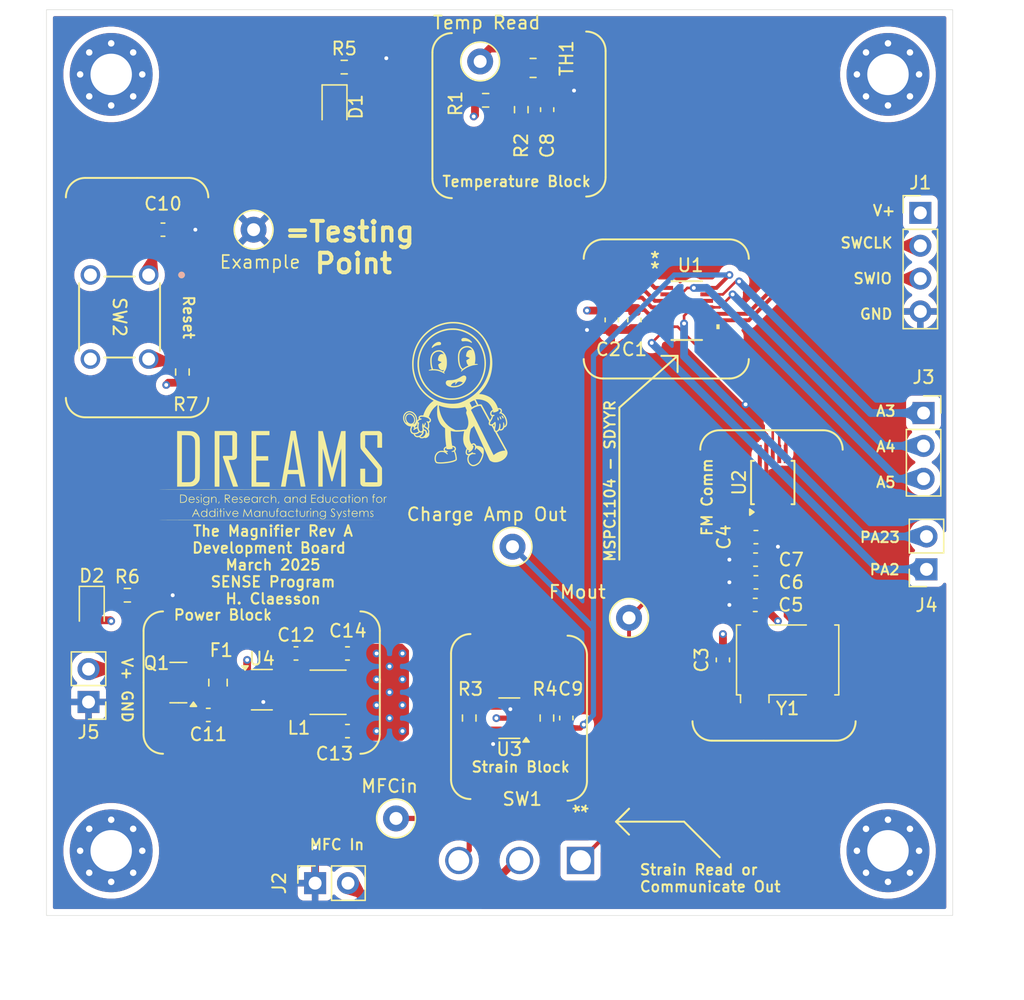
<source format=kicad_pcb>
(kicad_pcb (version 20241229) (generator "pcbnew") (generator_version "9.0")
  (layers (0 "F.Cu" signal "Front") (4 "In1.Cu" signal) (6 "In2.Cu" signal) (2 "B.Cu" signal "Back") (13 "F.Paste" user) (15 "B.Paste" user) (5 "F.SilkS" user "F.Silkscreen") (7 "B.SilkS" user "B.Silkscreen") (1 "F.Mask" user) (3 "B.Mask" user) (25 "Edge.Cuts" user))
  (net 0 "")
  (net 1 "Vss")
  (net 2 "Vdd")
  (net 3 "Net-(U2-COMP)")
  (net 4 "Temp Read")
  (net 5 "Net-(U3--)")
  (net 6 "Strain Read")
  (net 7 "Net-(C10-Pad2)")
  (net 8 "Net-(U4-EN)")
  (net 9 "Net-(U4-SW)")
  (net 10 "Net-(U4-BST)")
  (net 11 "Net-(D1-K)")
  (net 12 "Beep")
  (net 13 "Net-(D2-K)")
  (net 14 "Net-(Q1-S)")
  (net 15 "SWDIO")
  (net 16 "SWCLK")
  (net 17 "MFC IN")
  (net 18 "A4")
  (net 19 "A5")
  (net 20 "A3")
  (net 21 "PA2")
  (net 22 "PA23")
  (net 23 "Net-(J5-Pin_2)")
  (net 24 "Net-(R1-Pad2)")
  (net 25 "Charge Amp In")
  (net 26 "NRST")
  (net 27 "FMout")
  (net 28 "SDATA")
  (net 29 "FSYNC")
  (net 30 "SCLK")
  (net 31 "Net-(U2-MCLK)")
  (footprint "Resistor_SMD:R_0603_1608Metric" (layer "F.Cu") (at 56.25 95.25)
    (property "Reference" "R6")
    (property "Value" "1k")
  )
  (footprint "Package_SO:MSOP-10_3x3mm_P0.5mm" (layer "F.Cu") (at 106.1 86.54 90)
    (property "Reference" "U2")
    (property "Value" "AD9833xRM")
  )
  (footprint "Package_TO_SOT_SMD:TSOT-23-6" (layer "F.Cu") (at 66.6375 102.549998)
    (property "Reference" "U4")
    (property "Value" "AP63203WU")
  )
  (footprint "Graphics:magnifier" (layer "F.Cu") (at 82 80)
    (property "Reference" "G***" (hide yes))
    (property "Value" "LOGO" (hide yes))
  )
  (footprint "Connector_PinHeader_2.54mm:PinHeader_1x04_P2.54mm_Vertical" (layer "F.Cu") (at 117.5 65.7)
    (property "Reference" "J1")
    (property "Value" "SWD")
  )
  (footprint "Connector_PinHeader_2.54mm:PinHeader_1x02_P2.54mm_Vertical" (layer "F.Cu") (at 53.25 103.499998 180)
    (property "Reference" "J5")
    (property "Value" "External Power In")
  )
  (footprint "Resistor_SMD:R_0805_2012Metric" (layer "F.Cu") (at 87.5875 54.5 180)
    (property "Reference" "TH1")
    (property "Value" "100k")
  )
  (footprint "Package_TO_SOT_SMD:SOT-23" (layer "F.Cu") (at 60.1875 101.999998 180)
    (property "Reference" "Q1")
    (property "Value" "DMP510DL")
  )
  (footprint "Resistor_SMD:R_0603_1608Metric" (layer "F.Cu") (at 73 54.4375)
    (property "Reference" "R5")
    (property "Value" "1k")
  )
  (footprint "Capacitor_SMD:C_0603_1608Metric" (layer "F.Cu") (at 104.75 96)
    (property "Reference" "C5")
    (property "Value" "100n")
  )
  (footprint "Inductor_SMD:L_1812_4532Metric" (layer "F.Cu") (at 71.75 102.749998)
    (property "Reference" "L1")
    (property "Value" "3.9u")
  )
  (footprint "TestPoint:TestPoint_Loop_D2.50mm_Drill1.0mm" (layer "F.Cu") (at 77 112.5 90)
    (property "Reference" "MFCin")
    (property "Value" "TestPoint_Loop_D2.50mm_Drill1.0mm")
  )
  (footprint "Resistor_SMD:R_0603_1608Metric" (layer "F.Cu") (at 82.655 104.74 90)
    (property "Reference" "R3")
    (property "Value" "33k")
  )
  (footprint "Capacitor_SMD:C_0603_1608Metric" (layer "F.Cu") (at 104.8 90.76)
    (property "Reference" "C4")
    (property "Value" "10n")
  )
  (footprint "Fuse:Fuse_0805_2012Metric" (layer "F.Cu") (at 63.25 102 -90)
    (property "Reference" "F1")
    (property "Value" "500mA")
  )
  (footprint "DreamsLabLogo:dreamslogo" (layer "F.Cu") (at 68.247029 86.014761)
    (property "Reference" "G***" (hide yes))
    (property "Value" "LOGO" (hide yes))
  )
  (footprint "CS12ANW03 - Switch:CS12ANW03_NKK" (layer "F.Cu") (at 91.25 115.75 -90)
    (property "Reference" "SW1")
    (property "Value" "SW_SPDT")
  )
  (footprint "Resistor_SMD:R_0603_1608Metric" (layer "F.Cu") (at 86.675 57.725 90)
    (property "Reference" "R2")
    (property "Value" "10k")
  )
  (footprint "Capacitor_SMD:C_0603_1608Metric" (layer "F.Cu") (at 62.5 104.5 180)
    (property "Reference" "C11")
    (property "Value" "10u")
  )
  (footprint "Capacitor_SMD:C_0603_1608Metric" (layer "F.Cu") (at 102.25 100.25 90)
    (property "Reference" "C3")
    (property "Value" "100n")
  )
  (footprint "Capacitor_SMD:C_0603_1608Metric" (layer "F.Cu") (at 59 67 180)
    (property "Reference" "C10")
    (property "Value" "10n")
  )
  (footprint "MountingHole:MountingHole_3.2mm_M3_Pad_Via" (layer "F.Cu") (at 115 55)
    (property "Reference" "H2" (hide yes))
    (property "Value" "MountingHole")
  )
  (footprint "Package_TO_SOT_SMD:SOT-23-5" (layer "F.Cu") (at 85.75 104.75 180)
    (property "Reference" "U3")
    (property "Value" "MCP6L01Rx-xOT")
  )
  (footprint "Diode_SMD:D_0805_2012Metric" (layer "F.Cu") (at 72.25 57.5 -90)
    (property "Reference" "D1")
    (property "Value" "LED")
  )
  (footprint "Capacitor_SMD:C_0603_1608Metric" (layer "F.Cu") (at 73.25 105.749998 180)
    (property "Reference" "C13")
    (property "Value" "22u")
  )
  (footprint "Oscillator:Oscillator_SMD_IQD_IQXO70-4Pin_7.5x5.0mm" (layer "F.Cu") (at 107.25 100.25)
    (property "Reference" "Y1")
    (property "Value" "CFPS-72- 24MHz")
  )
  (footprint "TestPoint:TestPoint_Loop_D2.50mm_Drill1.0mm" (layer "F.Cu") (at 83.5 54)
    (property "Reference" "Temp Read")
    (property "Value" "TestPoint_Loop_D2.50mm_Drill1.0mm")
  )
  (footprint "Capacitor_SMD:C_0603_1608Metric" (layer "F.Cu") (at 104.775 92.5 180)
    (property "Reference" "C7")
    (property "Value" "100n")
  )
  (footprint "Resistor_SMD:R_0603_1608Metric" (layer "F.Cu") (at 60.5 78 90)
    (property "Reference" "R7")
    (property "Value" "47k")
  )
  (footprint "Connector_PinSocket_2.54mm:PinSocket_1x02_P2.54mm_Vertical" (layer "F.Cu") (at 117.975 93.25 180)
    (property "Reference" "J4")
    (property "Value" "Digital Testing Pins")
  )
  (footprint "TestPoint:TestPoint_Loop_D2.50mm_Drill1.0mm" (layer "F.Cu") (at 86 91.5)
    (property "Reference" "Charge Amp Out")
    (property "Value" "TestPoint_Loop_D2.50mm_Drill1.0mm")
  )
  (footprint "Capacitor_SMD:C_0603_1608Metric" (layer "F.Cu") (at 88.675 57.725 -90)
    (property "Reference" "C8")
    (property "Value" "10u")
  )
  (footprint "Button - B3F_1000:SW_B3F-1000_OMR" (layer "F.Cu") (at 57.8951 70.499999 -90)
    (property "Reference" "SW2")
    (property "Value" "Reset")
  )
  (footprint "MountingHole:MountingHole_3.2mm_M3_Pad_Via" (layer "F.Cu") (at 55 115)
    (property "Reference" "H3" (hide yes))
    (property "Value" "MountingHole")
  )
  (footprint "Connector_PinSocket_2.54mm:PinSocket_1x02_P2.54mm_Vertical" (layer "F.Cu") (at 70.75 117.5 90)
    (property "Reference" "J2")
    (property "Value" "MFC Connection Points")
  )
  (footprint "MountingHole:MountingHole_3.2mm_M3_Pad_Via" (layer "F.Cu") (at 115 115)
    (property "Reference" "H4" (hide yes))
    (property "Value" "MountingHole")
  )
  (footprint "TestPoint:TestPoint_Loop_D2.50mm_Drill1.0mm" (layer "F.Cu") (at 95 97)
    (property "Reference" "FMout")
    (property "Value" "TestPoint_Loop_D2.50mm_Drill1.0mm")
  )
  (footprint "Capacitor_SMD:C_0603_1608Metric" (layer "F.Cu") (at 93.6639 73.975 -90)
    (property "Reference" "C2")
    (property "Value" "0.1u")
  )
  (footprint "MountingHole:MountingHole_3.2mm_M3_Pad_Via" (layer "F.Cu") (at 55 55)
    (property "Reference" "H1" (hide yes))
    (property "Value" "MountingHole")
  )
  (footprint "Capacitor_SMD:C_0603_1608Metric" (layer "F.Cu") (at 73.25 99.749998 180)
    (property "Reference" "C14")
    (property "Value" "22u")
  )
  (footprint "Resistor_SMD:R_0603_1608Metric" (layer "F.Cu") (at 83.925 57)
    (property "Reference" "R1")
    (property "Value" "4.7k")
  )
  (footprint "TestPoint:TestPoint_Loop_D2.50mm_Drill1.0mm" (layer "F.Cu") (at 66 67)
    (property "Reference" "Example")
    (property "Value" "TestPoint_Loop_D2.50mm_Drill1.0mm")
  )
  (footprint "Capacitor_SMD:C_0603_1608Metric" (layer "F.Cu") (at 69.275 99.749998)
    (property "Reference" "C12")
    (property "Value" "0.1u")
  )
  (footprint "Capacitor_SMD:C_0603_1608Metric" (layer "F.Cu") (at 90.155 104.74 -90)
    (property "Reference" "C9")
    (property "Value" "125p")
  )
  (footprint "Resistor_SMD:R_0603_1608Metric" (layer "F.Cu") (at 88.655 104.74 -90)
    (property "Reference" "R4")
    (property "Value" "250M")
  )
  (footprint "Diode_SMD:D_0805_2012Metric" (layer "F.Cu") (at 53.5 96.25 -90)
    (property "Reference" "D2")
    (property "Value" "LED")
  )
  (footprint "Connector_PinSocket_2.54mm:PinSocket_1x03_P2.54mm_Vertical" (layer "F.Cu") (at 117.75 81.17)
    (property "Reference" "J3")
    (property "Value" "Analog Debugging")
  )
  (footprint "Capacitor_SMD:C_0603_1608Metric" (layer "F.Cu") (at 95.4139 73.975 -90)
    (property "Reference" "C1")
    (property "Value" "10u")
  )
  (footprint "Capacitor_SMD:C_0603_1608Metric" (layer "F.Cu") (at 104.8 94.25)
    (property "Reference" "C6")
    (property "Value" "10u")
  )
  (footprint "MSPM0C110:SOT-23-THIN16_DYY_TEX" (layer "F.Cu") (at 99.45695 73.250063)
    (property "Reference" "U1")
    (property "Value" "XMSM0C1104SDYYR")
  )
  (gr_arc (start 79.81066 53.31066) (mid 80.25 52.25) (end 81.31066 51.81066) (stroke (width 0.1524)) (layer "F.SilkS"))
  (gr_arc (start 93.18934 62.93934) (mid 92.75 64) (end 91.68934 64.43934) (stroke (width 0.1524)) (layer "F.SilkS"))
  (gr_arc (start 61 63) (mid 62.06066 63.43934) (end 62.5 64.5) (stroke (width 0.1524)) (layer "F.SilkS"))
  (gr_arc (start 91.5 69.25) (mid 91.93934 68.18934) (end 93 67.75) (stroke (width 0.1524)) (layer "F.SilkS"))
  (gr_line (start 97.5 76.75) (end 98.75 76.75) (stroke (width 0.1524)) (layer "F.SilkS"))
  (gr_line (start 75.75 106) (end 75.75 101.75) (stroke (width 0.1524)) (layer "F.SilkS"))
  (gr_arc (start 82.75 111) (mid 81.68934 110.56066) (end 81.25 109.5) (stroke (width 0.1524)) (layer "F.SilkS"))
  (gr_line (start 95 111.75) (end 94 112.75) (stroke (width 0.1524)) (layer "F.SilkS"))
  (gr_arc (start 93 78.5) (mid 91.93934 78.06066) (end 91.5 77) (stroke (width 0.1524)) (layer "F.SilkS"))
  (gr_arc (start 81.25 99.75) (mid 81.68934 98.68934) (end 82.75 98.25) (stroke (width 0.1524)) (layer "F.SilkS"))
  (gr_arc (start 53 81.5) (mid 51.93934 81.06066) (end 51.5 80) (stroke (width 0.1524)) (layer "F.SilkS"))
  (gr_line (start 53 81.5) (end 57 81.5) (stroke (width 0.1524)) (layer "F.SilkS"))
  (gr_arc (start 59 107.5) (mid 57.93934 107.06066) (end 57.5 106) (stroke (width 0.1524)) (layer "F.SilkS"))
  (gr_line (start 94 112.75) (end 95 113.75) (stroke (width 0.1524)) (layer "F.SilkS"))
  (gr_line (start 79.81066 53.31066) (end 79.81066 63.06066) (stroke (width 0.1524)) (layer "F.SilkS"))
  (gr_line (start 98.75 76.75) (end 98.75 77.75) (stroke (width 0.1524)) (layer "F.SilkS"))
  (gr_line (start 94.25 80.75) (end 98.75 76.75) (stroke (width 0.1524)) (layer "F.SilkS"))
  (gr_arc (start 62.5 80) (mid 62.06066 81.06066) (end 61 81.5) (stroke (width 0.1524)) (layer "F.SilkS"))
  (gr_arc (start 104.25 77) (mid 103.81066 78.06066) (end 102.75 78.5) (stroke (width 0.1524)) (layer "F.SilkS"))
  (gr_line (start 98.75 76.75) (end 97.5 76.75) (stroke (width 0.1524)) (layer "F.SilkS"))
  (gr_arc (start 91.68934 51.68934) (mid 92.75 52.12868) (end 93.18934 53.18934) (stroke (width 0.1524)) (layer "F.SilkS"))
  (gr_arc (start 112.500001 104.990001) (mid 112.060661 106.050661) (end 111.000001 106.490001) (stroke (width 0.1524)) (layer "F.SilkS"))
  (gr_line (start 102 115.5) (end 99.25 112.75) (stroke (width 0.1524)) (layer "F.SilkS"))
  (gr_arc (start 102.75 67.75) (mid 103.81066 68.18934) (end 104.25 69.25) (stroke (width 0.1524)) (layer "F.SilkS"))
  (gr_line (start 53 63) (end 57 63) (stroke (width 0.1524)) (layer "F.SilkS"))
  (gr_arc (start 100.5 84) (mid 100.93934 82.93934) (end 102 82.5) (stroke (width 0.1524)) (layer "F.SilkS"))
  (gr_line (start 94 112.75) (end 95 111.75) (stroke (width 0.1524)) (layer "F.SilkS"))
  (gr_line (start 94.25 92.5) (end 94.25 80.75) (stroke (width 0.1524)) (layer "F.SilkS"))
  (gr_arc (start 91.75 109.625) (mid 91.31066 110.68566) (end 90.25 111.125) (stroke (width 0.1524)) (layer "F.SilkS"))
  (gr_line (start 57.5 98) (end 57.5 102) (stroke (width 0.1524)) (layer "F.SilkS"))
  (gr_line (start 111.000001 106.490001) (end 105.399999 106.490001) (stroke (width 0.1524)) (layer "F.SilkS"))
  (gr_arc (start 57.5 98) (mid 57.93934 96.93934) (end 59 96.5) (stroke (width 0.1524)) (layer "F.SilkS"))
  (gr_line (start 98.75 77.75) (end 98.75 78) (stroke (width 0.1524)) (layer "F.SilkS"))
  (gr_line (start 102 82.5) (end 106 82.5) (stroke (width 0.1524)) (layer "F.SilkS"))
  (gr_arc (start 81.31066 64.56066) (mid 80.25 64.12132) (end 79.81066 63.06066) (stroke (width 0.1524)) (layer "F.SilkS"))
  (gr_arc (start 110 82.5) (mid 111.06066 82.93934) (end 111.5 84) (stroke (width 0.1524)) (layer "F.SilkS"))
  (gr_line (start 81.25 99.75) (end 81.25 109.5) (stroke (width 0.1524)) (layer "F.SilkS"))
  (gr_arc (start 90.25 98.375) (mid 91.31066 98.81434) (end 91.75 99.875) (stroke (width 0.1524)) (layer "F.SilkS"))
  (gr_arc (start 75.75 106) (mid 75.31066 107.06066) (end 74.25 107.5) (stroke (width 0.1524)) (layer "F.SilkS"))
  (gr_arc (start 74.25 96.5) (mid 75.31066 96.93934) (end 75.75 98) (stroke (width 0.1524)) (layer "F.SilkS"))
  (gr_line (start 101.399999 106.490001) (end 105.399999 106.490001) (stroke (width 0.1524)) (layer "F.SilkS"))
  (gr_line (start 102.75 67.75) (end 93 67.75) (stroke (width 0.1524)) (layer "F.SilkS"))
  (gr_line (start 93.18934 62.93934) (end 93.18934 53.18934) (stroke (width 0.1524)) (layer "F.SilkS"))
  (gr_arc (start 101.399999 106.490001) (mid 100.339339 106.050661) (end 99.899999 104.990001) (stroke (width 0.1524)) (layer "F.SilkS"))
  (gr_line (start 61 81.5) (end 57 81.5) (stroke (width 0.1524)) (layer "F.SilkS"))
  (gr_line (start 102.75 78.5) (end 93 78.5) (stroke (width 0.1524)) (layer "F.SilkS"))
  (gr_arc (start 51.5 64.5) (mid 51.93934 63.43934) (end 53 63) (stroke (width 0.1524)) (layer "F.SilkS"))
  (gr_line (start 61 63) (end 57 63) (stroke (width 0.1524)) (layer "F.SilkS"))
  (gr_line (start 99.25 112.75) (end 94 112.75) (stroke (width 0.1524)) (layer "F.SilkS"))
  (gr_line (start 110 82.5) (end 106 82.5) (stroke (width 0.1524)) (layer "F.SilkS"))
  (gr_line (start 91.75 99.875) (end 91.75 109.625) (stroke (width 0.1524)) (layer "F.SilkS"))
  (gr_line (start 75.75 98) (end 75.75 102) (stroke (width 0.1524)) (layer "F.SilkS"))
  (gr_line (start 57.5 106) (end 57.5 102) (stroke (width 0.1524)) (layer "F.SilkS"))
  (gr_rect (start 50 50) (end 120 120) (stroke (width 0.0381)) (fill no) (layer "Edge.Cuts"))
  (gr_text "The Magnifier Rev A\nDevelopment Board \nMarch 2025\nSENSE Program\nH. Claesson" (at 67.5 96 0) (layer "F.SilkS") (effects (font (size 0.8128 0.8128) (thickness 0.1524) (bold yes)) (justify bottom)))
  (gr_text "MSPC1104 - SDYYR" (at 94 92.75 90) (layer "F.SilkS") (effects (font (size 0.8128 0.8128) (thickness 0.1524) (bold yes)) (justify left bottom)))
  (gr_text "GND" (at 55.75 102.5 -90) (layer "F.SilkS") (effects (font (size 0.8128 0.8128) (thickness 0.1524) (bold yes)) (justify left bottom)))
  (gr_text "FM Comm" (at 101.5 90.75 90) (layer "F.SilkS") (effects (font (size 0.8128 0.8128) (thickness 0.1524) (bold yes)) (justify left bottom)))
  (gr_text "MFC In" (at 70.25 115 0) (layer "F.SilkS") (effects (font (size 0.8128 0.8128) (thickness 0.1524) (bold yes)) (justify left bottom)))
  (gr_text "Temperature Block" (at 80.5 63.75 0) (layer "F.SilkS") (effects (font (size 0.8128 0.8128) (thickness 0.1524) (bold yes)) (justify left bottom)))
  (gr_text "Reset" (at 60.5 72 -90) (layer "F.SilkS") (effects (font (size 0.8128 0.8128) (thickness 0.1524) (bold yes)) (justify left bottom)))
  (gr_text "A5" (at 114 87 0) (layer "F.SilkS") (effects (font (size 0.8128 0.8128) (thickness 0.1524) (bold yes)) (justify left bottom)))
  (gr_text "A4" (at 114 84.25 0) (layer "F.SilkS") (effects (font (size 0.8128 0.8128) (thickness 0.1524) (bold yes)) (justify left bottom)))
  (gr_text "V+" (at 55.75 100 -90) (layer "F.SilkS") (effects (font (size 0.8128 0.8128) (thickness 0.1524) (bold yes)) (justify left bottom)))
  (gr_text "GND" (at 112.75 74 0) (layer "F.SilkS") (effects (font (size 0.8128 0.8128) (thickness 0.1524) (bold yes)) (justify left bottom)))
  (gr_text "A3" (at 114 81.5 0) (layer "F.SilkS") (effects (font (size 0.8128 0.8128) (thickness 0.1524) (bold yes)) (justify left bottom)))
  (gr_text "V+" (at 113.75 66 0) (layer "F.SilkS") (effects (font (size 0.8128 0.8128) (thickness 0.1524) (bold yes)) (justify left bottom)))
  (gr_text "Strain Block" (at 82.75 109 0) (layer "F.SilkS") (effects (font (size 0.8128 0.8128) (thickness 0.1524) (bold yes)) (justify left bottom)))
  (gr_text "PA2" (at 113.5 93.75 0) (layer "F.SilkS") (effects (font (size 0.8128 0.8128) (thickness 0.1524) (bold yes)) (justify left bottom)))
  (gr_text "SWIO" (at 112.25 71.25 0) (layer "F.SilkS") (effects (font (size 0.8128 0.8128) (thickness 0.1524) (bold yes)) (justify left bottom)))
  (gr_text "=Testing \n  Point" (at 68.25 70.5 0) (layer "F.SilkS") (effects (font (size 1.524 1.524) (thickness 0.3048) (bold yes)) (justify left bottom)))
  (gr_text "Strain Read or \nCommunicate Out" (at 95.75 118.25 0) (layer "F.SilkS") (effects (font (size 0.8128 0.8128) (thickness 0.1524) (bold yes)) (justify left bottom)))
  (gr_text "Power Block" (at 59.75 97.25 0) (layer "F.SilkS") (effects (font (size 0.8128 0.8128) (thickness 0.1524) (bold yes)) (justify left bottom)))
  (gr_text "SWCLK" (at 111.25 68.5 0) (layer "F.SilkS") (effects (font (size 0.8128 0.8128) (thickness 0.1524) (bold yes)) (justify left bottom)))
  (gr_text "PA23" (at 112.75 91.25 0) (layer "F.SilkS") (effects (font (size 0.8128 0.8128) (thickness 0.1524) (bold yes)) (justify left bottom)))
  (segment (start 86.086712 103.8) (end 85.830845 104.055867) (width 0.4) (layer "F.Cu") (net 1))
  (segment (start 86.8875 103.8) (end 86.086712 103.8) (width 0.4) (layer "F.Cu") (net 1))
  (segment (start 93.6639 74.75) (end 91.75 74.75) (width 0.6) (layer "F.Cu") (net 1))
  (segment (start 73.825 54.4375) (end 75.5625 54.4375) (width 0.6) (layer "F.Cu") (net 1))
  (segment (start 84.6125 105.7) (end 84.6125 106.6375) (width 0.4) (layer "F.Cu") (net 1))
  (segment (start 105.6 82.85) (end 105.6 84.34) (width 0.3) (layer "F.Cu") (net 1))
  (segment (start 97.9139 74.000252) (end 96.163648 74.000252) (width 0.2) (layer "F.Cu") (net 1))
  (segment (start 106.6 88.74) (end 106.6 91.4) (width 0.3) (layer "F.Cu") (net 1))
  (segment (start 106.6 87.35) (end 106.6 88.74) (width 0.3) (layer "F.Cu") (net 1))
  (segment (start 105.252354 82.502354) (end 105.6 82.85) (width 0.3) (layer "F.Cu") (net 1))
  (segment (start 59.775 67) (end 61.5 67) (width 0.6) (layer "F.Cu") (net 1))
  (segment (start 67.775 103.499998) (end 66.750002 103.499998) (width 0.6) (layer "F.Cu") (net 1))
  (segment (start 104 80.5) (end 105.252354 81.752354) (width 0.3) (layer "F.Cu") (net 1))
  (segment (start 70.75 117.5) (end 70.75 114.75) (width 0.6) (layer "F.Cu") (net 1))
  (segment (start 105.252354 81.752354) (end 105.252354 82.502354) (width 0.3) (layer "F.Cu") (net 1))
  (segment (start 66.750002 103.499998) (end 66.75 103.5) (width 0.6) (layer "F.Cu") (net 1))
  (segment (start 105.6 86.35) (end 106.6 87.35) (width 0.3) (layer "F.Cu") (net 1))
  (segment (start 84.6125 106.6375) (end 84.5 106.75) (width 0.4) (layer "F.Cu") (net 1))
  (segment (start 96.163648 74.000252) (end 95.4139 74.75) (width 0.2) (layer "F.Cu") (net 1))
  (segment (start 88.675 56.95) (end 88.675 54.675) (width 0.6) (layer "F.Cu") (net 1))
  (segment (start 88.675 56.95) (end 90.05 56.95) (width 0.6) (layer "F.Cu") (net 1))
  (segment (start 93.6639 74.75) (end 95.4139 74.75) (width 0.6) (layer "F.Cu") (net 1))
  (segment (start 105.6 84.34) (end 105.6 86.35) (width 0.3) (layer "F.Cu") (net 1))
  (segment (start 106.6 91.4) (end 106.5 91.5) (width 0.3) (layer "F.Cu") (net 1))
  (segment (start 75.5625 54.4375) (end 76.25 53.75) (width 0.6) (layer "F.Cu") (net 1))
  (segment (start 57.075 95.25) (end 59.75 95.25) (width 0.6) (layer "F.Cu") (net 1))
  (segment (start 88.675 54.675) (end 88.5 54.5) (width 0.6) (layer "F.Cu") (net 1))
  (segment (start 90.05 56.95) (end 90.75 56.25) (width 0.6) (layer "F.Cu") (net 1))
  (via (at 91.75 74.75) (size 0.6) (drill 0.3) (layers "F.Cu" "B.Cu") (net 1))
  (via (at 102.75 92.5) (size 0.6) (drill 0.3) (layers "F.Cu" "B.Cu") (net 1))
  (via (at 102.75 94.25) (size 0.6) (drill 0.3) (layers "F.Cu" "B.Cu") (net 1))
  (via (at 90.75 56.25) (size 0.6) (drill 0.3) (layers "F.Cu" "B.Cu") (net 1))
  (via (at 61.5 67) (size 0.6) (drill 0.3) (layers "F.Cu" "B.Cu") (net 1))
  (via (at 85.830845 104.055867) (size 0.6) (drill 0.3) (layers "F.Cu" "B.Cu") (net 1))
  (via (at 70.75 114.75) (size 0.6) (drill 0.3) (layers "F.Cu" "B.Cu") (net 1))
  (via (at 102.75 96) (size 0.6) (drill 0.3) (layers "F.Cu" "B.Cu") (net 1))
  (via (at 76.25 53.75) (size 0.6) (drill 0.3) (layers "F.Cu" "B.Cu") (net 1))
  (via (at 66.75 103.5) (size 0.6) (drill 0.3) (layers "F.Cu" "B.Cu") (net 1))
  (via (at 84.5 106.75) (size 0.6) (drill 0.3) (layers "F.Cu" "B.Cu") (net 1))
  (via (at 59.75 95.25) (size 0.6) (drill 0.3) (layers "F.Cu" "B.Cu") (net 1))
  (via (at 104 80.5) (size 0.6) (drill 0.3) (layers "F.Cu" "B.Cu") (net 1))
  (via (at 106.5 91.5) (size 0.6) (drill 0.3) (layers "F.Cu" "B.Cu") (net 1))
  (segment (start 53.5 97.1875) (end 54.9375 97.1875) (width 0.6) (layer "F.Cu") (net 2))
  (segment (start 102.25 99.475) (end 102.25 98.25) (width 0.6) (layer "F.Cu") (net 2))
  (segment (start 91.75 73.25) (end 93.6139 73.25) (width 0.6) (layer "F.Cu") (net 2))
  (segment (start 105.525 96) (end 105.525 96.275) (width 0.6) (layer "F.Cu") (net 2))
  (segment (start 106.1 88.74) (end 106.1 90.235) (width 0.3) (layer "F.Cu") (net 2))
  (segment (start 65.5 101.599998) (end 65.5 100.25) (width 0.6) (layer "F.Cu") (net 2))
  (segment (start 105.525 96.275) (end 106.5 97.25) (width 0.6) (layer "F.Cu") (net 2))
  (segment (start 85.25 104.75) (end 84.75 104.75) (width 0.4) (layer "F.Cu") (net 2))
  (segment (start 60.5 78.825) (end 59.425 78.825) (width 0.6) (layer "F.Cu") (net 2))
  (segment (start 59.425 78.825) (end 59.25 79) (width 0.6) (layer "F.Cu") (net 2))
  (segment (start 83.1 57) (end 83.1 58.15) (width 0.6) (layer "F.Cu") (net 2))
  (segment (start 106.1 90.235) (end 105.575 90.76) (width 0.3) (layer "F.Cu") (net 2))
  (segment (start 96.2 73.2) (end 93.6639 73.2) (width 0.3) (layer "F.Cu") (net 2))
  (segment (start 105.6 90.735) (end 105.575 90.76) (width 0.3) (layer "F.Cu") (net 2))
  (segment (start 93.6139 73.25) (end 93.6639 73.2) (width 0.6) (layer "F.Cu") (net 2))
  (segment (start 83.1 58.15) (end 83 58.25) (width 0.6) (layer "F.Cu") (net 2))
  (segment (start 54.9375 97.1875) (end 55 97.25) (width 0.6) (layer "F.Cu") (net 2))
  (segment (start 105.525 96) (end 105.525 90.81) (width 0.6) (layer "F.Cu") (net 2))
  (segment (start 86.8875 104.75) (end 85.25 104.75) (width 0.4) (layer "F.Cu") (net 2))
  (segment (start 105.6 88.74) (end 105.6 90.735) (width 0.3) (layer "F.Cu") (net 2))
  (segment (start 105.525 90.81) (end 105.575 90.76) (width 0.6) (layer "F.Cu") (net 2))
  (segment (start 96.500126 73.500126) (end 96.2 73.2) (width 0.3) (layer "F.Cu") (net 2))
  (segment (start 97.9139 73.500126) (end 96.500126 73.500126) (width 0.3) (layer "F.Cu") (net 2))
  (segment (start 102.25 99.475) (end 103.385 99.475) (width 0.6) (layer "F.Cu") (net 2))
  (segment (start 103.385 99.475) (end 104.71 98.15) (width 0.6) (layer "F.Cu") (net 2))
  (via (at 77.5 105.75) (size 0.6) (drill 0.3) (layers "F.Cu" "B.Cu") (net 2))
  (via (at 91.75 73.25) (size 0.6) (drill 0.3) (layers "F.Cu" "B.Cu") (net 2))
  (via (at 77.5 103.75) (size 0.6) (drill 0.3) (layers "F.Cu" "B.Cu") (net 2))
  (via (at 76.5 100.75) (size 0.6) (drill 0.3) (layers "F.Cu" "B.Cu") (net 2))
  (via (at 75.5 101.75) (size 0.6) (drill 0.3) (layers "F.Cu" "B.Cu") (net 2))
  (via (at 83 58.25) (size 0.6) (drill 0.3) (layers "F.Cu" "B.Cu") (net 2))
  (via (at 106.5 97.25) (size 0.6) (drill 0.3) (layers "F.Cu" "B.Cu") (net 2))
  (via (at 75.5 105.75) (size 0.6) (drill 0.3) (layers "F.Cu" "B.Cu") (net 2))
  (via (at 75.5 99.75) (size 0.6) (drill 0.3) (layers "F.Cu" "B.Cu") (net 2))
  (via (at 59.25 79) (size 0.6) (drill 0.3) (layers "F.Cu" "B.Cu") (net 2))
  (via (at 84.75 104.75) (size 0.6) (drill 0.3) (layers "F.Cu" "B.Cu") (net 2))
  (via (at 76.5 104.75) (size 0.6) (drill 0.3) (layers "F.Cu" "B.Cu") (net 2))
  (via (at 65.5 100.25) (size 0.6) (drill 0.3) (layers "F.Cu" "B.Cu") (net 2))
  (via (at 102.25 98.25) (size 0.6) (drill 0.3) (layers "F.Cu" "B.Cu") (net 2))
  (via (at 76.5 102.75) (size 0.6) (drill 0.3) (layers "F.Cu" "B.Cu") (net 2))
  (via (at 75.5 103.75) (size 0.6) (drill 0.3) (layers "F.Cu" "B.Cu") (net 2))
  (via (at 55 97.25) (size 0.6) (drill 0.3) (layers "F.Cu" "B.Cu") (net 2))
  (via (at 77.5 99.75) (size 0.6) (drill 0.3) (layers "F.Cu" "B.Cu") (net 2))
  (via (at 77.5 101.75) (size 0.6) (drill 0.3) (layers "F.Cu" "B.Cu") (net 2))
  (segment (start 105.1 89.65) (end 105.1 88.74) (width 0.2) (layer "F.Cu") (net 3))
  (segment (start 104.025 90.725) (end 105.1 89.65) (width 0.2) (layer "F.Cu") (net 3))
  (segment (start 104.025 90.76) (end 104.025 90.725) (width 0.2) (layer "F.Cu") (net 3))
  (segment (start 91.825 61.575) (end 91.825 59.175) (width 0.3) (layer "F.Cu") (net 4))
  (segment (start 84.25 53) (end 83.5 53.75) (width 0.6) (layer "F.Cu") (net 4))
  (segment (start 95.5 70) (end 95.5 65.25) (width 0.3) (layer "F.Cu") (net 4))
  (segment (start 96.999622 71.499622) (end 95.5 70) (width 0.3) (layer "F.Cu") (net 4))
  (segment (start 91.825 59.175) (end 92.5 58.5) (width 0.6) (layer "F.Cu") (net 4))
  (segment (start 88.675 58.5) (end 89.15 58.5) (width 0.6) (layer "F.Cu") (net 4))
  (segment (start 89.7 59.05) (end 89.825 59.175) (width 0.6) (layer "F.Cu") (net 4))
  (segment (start 92.5 53.5) (end 92 53) (width 0.6) (layer "F.Cu") (net 4))
  (segment (start 88.625 58.55) (end 88.675 58.5) (width 0.6) (layer "F.Cu") (net 4))
  (segment (start 86.675 58.55) (end 88.625 58.55) (width 0.6) (layer "F.Cu") (net 4))
  (segment (start 89.15 58.5) (end 89.7 59.05) (width 0.6) (layer "F.Cu") (net 4))
  (segment (start 97.9139 71.499622) (end 96.999622 71.499622) (width 0.3) (layer "F.Cu") (net 4))
  (segment (start 92.5 58.5) (end 92.5 53.5) (width 0.6) (layer "F.Cu") (net 4))
  (segment (start 92 53) (end 84.25 53) (width 0.6) (layer "F.Cu") (net 4))
  (segment (start 95.5 65.25) (end 91.825 61.575) (width 0.3) (layer "F.Cu") (net 4))
  (segment (start 89.825 59.175) (end 91.825 59.175) (width 0.6) (layer "F.Cu") (net 4))
  (segment (start 88.705 103.965) (end 88.655 103.915) (width 0.4) (layer "F.Cu") (net 5))
  (segment (start 82.77 103.8) (end 82.655 103.915) (width 0.4) (layer "F.Cu") (net 5))
  (segment (start 90.155 103.965) (end 88.705 103.965) (width 0.4) (layer "F.Cu") (net 5))
  (segment (start 84.6125 103.8) (end 82.77 103.8) (width 0.4) (layer "F.Cu") (net 5))
  (segment (start 86 103) (end 87.74 103) (width 0.4) (layer "F.Cu") (net 5))
  (segment (start 85.2 103.8) (end 86 103) (width 0.4) (layer "F.Cu") (net 5))
  (segment (start 87.74 103) (end 88.655 103.915) (width 0.4) (layer "F.Cu") (net 5))
  (segment (start 84.6125 103.8) (end 85.2 103.8) (width 0.4) (layer "F.Cu") (net 5))
  (segment (start 101 71.499622) (end 101.750378 71.499622) (width 0.3) (layer "F.Cu") (net 6))
  (segment (start 86.8875 105.7) (end 88.52 105.7) (width 0.4) (layer "F.Cu") (net 6))
  (segment (start 101.750378 71.499622) (end 102.75 70.5) (width 0.3) (layer "F.Cu") (net 6))
  (segment (start 90.105 105.565) (end 90.155 105.515) (width 0.4) (layer "F.Cu") (net 6))
  (segment (start 91.235 105.515) (end 91.5 105.25) (width 0.4) (layer "F.Cu") (net 6))
  (segment (start 88.655 105.565) (end 90.105 105.565) (width 0.4) (layer "F.Cu") (net 6))
  (segment (start 90.155 105.515) (end 91.235 105.515) (width 0.4) (layer "F.Cu") (net 6))
  (segment (start 88.52 105.7) (end 88.655 105.565) (width 0.4) (layer "F.Cu") (net 6))
  (via (at 102.75 70.5) (size 0.6) (drill 0.3) (layers "F.Cu" "B.Cu") (net 6))
  (via (at 91.5 105.25) (size 0.6) (drill 0.3) (layers "F.Cu" "B.Cu") (net 6))
  (segment (start 86 91.5) (end 92.25 97.75) (width 0.4) (layer "B.Cu") (net 6))
  (segment (start 98.5 70.5) (end 102.75 70.5) (width 0.4) (layer "B.Cu") (net 6))
  (segment (start 92.25 76.75) (end 97.5 71.5) (width 0.4) (layer "B.Cu") (net 6))
  (segment (start 92.25 97.75) (end 92.25 98) (width 0.4) (layer "B.Cu") (net 6))
  (segment (start 92.25 87.75) (end 92.25 76.75) (width 0.4) (layer "B.Cu") (net 6))
  (segment (start 97.5 71.5) (end 98.5 70.5) (width 0.4) (layer "B.Cu") (net 6))
  (segment (start 92.25 91.5) (end 92.25 87.75) (width 0.4) (layer "B.Cu") (net 6))
  (segment (start 92.25 104.5) (end 92.25 98) (width 0.4) (layer "B.Cu") (net 6))
  (segment (start 91.5 105.25) (end 92.25 104.5) (width 0.4) (layer "B.Cu") (net 6))
  (segment (start 92.25 98) (end 92.25 91.5) (width 0.4) (layer "B.Cu") (net 6))
  (segment (start 58.225 67) (end 58.225 70.170099) (width 0.6) (layer "F.Cu") (net 7))
  (segment (start 58.225 70.170099) (end 57.8951 70.499999) (width 0.6) (layer "F.Cu") (net 7))
  (segment (start 63.275 102.9625) (end 63.25 102.9375) (width 0.6) (layer "F.Cu") (net 8))
  (segment (start 63.275 104.5) (end 63.275 102.9625) (width 0.6) (layer "F.Cu") (net 8))
  (segment (start 63.812498 103.499998) (end 63.25 102.9375) (width 0.6) (layer "F.Cu") (net 8))
  (segment (start 65.5 103.499998) (end 63.812498 103.499998) (width 0.6) (layer "F.Cu") (net 8))
  (segment (start 63.637502 102.549998) (end 63.25 102.9375) (width 0.6) (layer "F.Cu") (net 8))
  (segment (start 65.5 102.549998) (end 63.637502 102.549998) (width 0.6) (layer "F.Cu") (net 8))
  (segment (start 69.6125 100.187498) (end 70.05 99.749998) (width 0.6) (layer "F.Cu") (net 9))
  (segment (start 67.775 102.549998) (end 69.4125 102.549998) (width 0.6) (layer "F.Cu") (net 9))
  (segment (start 69.6125 102.749998) (end 69.6125 100.187498) (width 0.6) (layer "F.Cu") (net 9))
  (segment (start 69.4125 102.549998) (end 69.6125 102.749998) (width 0.6) (layer "F.Cu") (net 9))
  (segment (start 67.775 100.474998) (end 68.5 99.749998) (width 0.6) (layer "F.Cu") (net 10))
  (segment (start 67.775 101.599998) (end 67.775 100.474998) (width 0.6) (layer "F.Cu") (net 10))
  (segment (start 72.25 56.5625) (end 72.25 54.5125) (width 0.6) (layer "F.Cu") (net 11))
  (segment (start 72.25 54.5125) (end 72.175 54.4375) (width 0.6) (layer "F.Cu") (net 11))
  (segment (start 72.25 58.4375) (end 85.5625 71.75) (width 0.3) (layer "F.Cu") (net 12))
  (segment (start 96.25 71.75) (end 96.999874 72.499874) (width 0.3) (layer "F.Cu") (net 12))
  (segment (start 96.999874 72.499874) (end 97.9139 72.499874) (width 0.3) (layer "F.Cu") (net 12))
  (segment (start 85.5625 71.75) (end 96.25 71.75) (width 0.3) (layer "F.Cu") (net 12))
  (segment (start 53.5625 95.25) (end 53.5 95.3125) (width 0.6) (layer "F.Cu") (net 13))
  (segment (start 55.425 95.25) (end 53.5625 95.25) (width 0.6) (layer "F.Cu") (net 13))
  (segment (start 61.125 101.049998) (end 63.237498 101.049998) (width 0.6) (layer "F.Cu") (net 14))
  (segment (start 63.237498 101.049998) (end 63.25 101.0625) (width 0.6) (layer "F.Cu") (net 14))
  (segment (start 107.47 70.78) (end 117.5 70.78) (width 0.3) (layer "F.Cu") (net 15))
  (segment (start 101 74.000252) (end 104.249748 74.000252) (width 0.3) (layer "F.Cu") (net 15))
  (segment (start 104.249748 74.000252) (end 107.47 70.78) (width 0.3) (layer "F.Cu") (net 15))
  (segment (start 101 73.500126) (end 104.14459 73.500126) (width 0.3) (layer "F.Cu") (net 16))
  (segment (start 104.14459 73.500126) (end 109.404716 68.24) (width 0.3) (layer "F.Cu") (net 16))
  (segment (start 109.404716 68.24) (end 117.5 68.24) (width 0.3) (layer "F.Cu") (net 16))
  (segment (start 74.25 118.5) (end 74.25 118.46) (width 0.6) (layer "F.Cu") (net 17))
  (segment (start 83.54 118.46) (end 74.25 118.46) (width 0.6) (layer "F.Cu") (net 17))
  (segment (start 86.25 115.75) (end 83.54 118.46) (width 0.6) (layer "F.Cu") (net 17))
  (segment (start 74.25 118.46) (end 73.29 117.5) (width 0.6) (layer "F.Cu") (net 17))
  (segment (start 86.551 115.75) (end 86.25 115.75) (width 0.6) (layer "F.Cu") (net 17))
  (segment (start 102 73) (end 101 73) (width 0.2) (layer "F.Cu") (net 18))
  (segment (start 103 72) (end 102 73) (width 0.2) (layer "F.Cu") (net 18))
  (via (at 103 72) (size 0.6) (drill 0.3) (layers "F.Cu" "B.Cu") (net 18))
  (segment (start 114.71 83.71) (end 117.75 83.71) (width 0.6) (layer "B.Cu") (net 18))
  (segment (start 103 72) (end 114.71 83.71) (width 0.6) (layer "B.Cu") (net 18))
  (segment (start 98.999748 71.999748) (end 97.9139 71.999748) (width 0.2) (layer "F.Cu") (net 19))
  (segment (start 99.499496 71.5) (end 98.999748 71.999748) (width 0.2) (layer "F.Cu") (net 19))
  (segment (start 100 71.5) (end 99.499496 71.5) (width 0.2) (layer "F.Cu") (net 19))
  (via (at 100 71.5) (size 0.6) (drill 0.3) (layers "F.Cu" "B.Cu") (net 19))
  (segment (start 100 71.5) (end 101 71.5) (width 0.6) (layer "B.Cu") (net 19))
  (segment (start 101 71.5) (end 115.75 86.25) (width 0.6) (layer "B.Cu") (net 19))
  (segment (start 115.75 86.25) (end 117.75 86.25) (width 0.6) (layer "B.Cu") (net 19))
  (segment (start 103.5 71) (end 103.25 71) (width 0.2) (layer "F.Cu") (net 20))
  (segment (start 102.250252 71.999748) (end 101 71.999748) (width 0.2) (layer "F.Cu") (net 20))
  (segment (start 103.25 71) (end 102.250252 71.999748) (width 0.2) (layer "F.Cu") (net 20))
  (via (at 103.5 71) (size 0.6) (drill 0.3) (layers "F.Cu" "B.Cu") (net 20))
  (segment (start 113.67 81.17) (end 117.75 81.17) (width 0.6) (layer "B.Cu") (net 20))
  (segment (start 103.5 71) (end 113.67 81.17) (width 0.6) (layer "B.Cu") (net 20))
  (segment (start 97.499496 75.000504) (end 96.75 75.75) (width 0.2) (layer "F.Cu") (net 21))
  (segment (start 97.9139 75.000504) (end 97.499496 75.000504) (width 0.2) (layer "F.Cu") (net 21))
  (via (at 96.75 75.75) (size 0.6) (drill 0.3) (layers "F.Cu" "B.Cu") (net 21))
  (segment (start 114.25 93.25) (end 96.75 75.75) (width 0.6) (layer "B.Cu") (net 21))
  (segment (start 117.975 93.25) (end 114.25 93.25) (width 0.6) (layer "B.Cu") (net 21))
  (segment (start 99.25 73.65465) (end 99.25 74.25) (width 0.2) (layer "F.Cu") (net 22))
  (segment (start 100.404776 72.499874) (end 99.25 73.65465) (width 0.2) (layer "F.Cu") (net 22))
  (segment (start 101 72.499874) (end 100.404776 72.499874) (width 0.2) (layer "F.Cu") (net 22))
  (via (at 99.25 74.25) (size 0.6) (drill 0.3) (layers "F.Cu" "B.Cu") (net 22))
  (segment (start 99.25 74.25) (end 99.25 76.779548) (width 0.6) (layer "B.Cu") (net 22))
  (segment (start 113.180452 90.71) (end 117.975 90.71) (width 0.6) (layer "B.Cu") (net 22))
  (segment (start 99.25 76.779548) (end 113.180452 90.71) (width 0.6) (layer "B.Cu") (net 22))
  (segment (start 59.25 101.999998) (end 57.249998 101.999998) (width 0.6) (layer "F.Cu") (net 23))
  (segment (start 56.209998 100.959998) (end 53.25 100.959998) (width 0.6) (layer "F.Cu") (net 23))
  (segment (start 57.249998 101.999998) (end 56.209998 100.959998) (width 0.6) (layer "F.Cu") (net 23))
  (segment (start 86.675 54.5) (end 86.675 56.9) (width 0.6) (layer "F.Cu") (net 24))
  (segment (start 84.75 57) (end 86.575 57) (width 0.6) (layer "F.Cu") (net 24))
  (segment (start 86.575 57) (end 86.675 56.9) (width 0.6) (layer "F.Cu") (net 24))
  (segment (start 82.655 112.5) (end 82.655 114.947) (width 0.4) (layer "F.Cu") (net 25))
  (segment (start 77 112.5) (end 82.655 112.5) (width 0.4) (layer "F.Cu") (net 25))
  (segment (start 82.655 114.947) (end 81.852 115.75) (width 0.4) (layer "F.Cu") (net 25))
  (segment (start 82.655 105.565) (end 82.655 112.5) (width 0.4) (layer "F.Cu") (net 25))
  (segment (start 60.5 77.175) (end 58.070099 77.175) (width 0.6) (layer "F.Cu") (net 26))
  (segment (start 96.75 73) (end 96 72.25) (width 0.3) (layer "F.Cu") (net 26))
  (segment (start 96 72.25) (end 67.25 72.25) (width 0.3) (layer "F.Cu") (net 26))
  (segment (start 97.9139 73) (end 96.75 73) (width 0.3) (layer "F.Cu") (net 26))
  (segment (start 62.325 77.175) (end 60.5 77.175) (width 0.3) (layer "F.Cu") (net 26))
  (segment (start 67.25 72.25) (end 62.325 77.175) (width 0.3) (layer "F.Cu") (net 26))
  (segment (start 58.070099 77.175) (end 57.8951 77.000001) (width 0.6) (layer "F.Cu") (net 26))
  (segment (start 95 97) (end 95 112) (width 0.3) (layer "F.Cu") (net 27))
  (segment (start 105.1 86.9) (end 95 97) (width 0.3) (layer "F.Cu") (net 27))
  (segment (start 95 112) (end 91.25 115.75) (width 0.3) (layer "F.Cu") (net 27))
  (segment (start 105.1 84.34) (end 105.1 86.9) (width 0.3) (layer "F.Cu") (net 27))
  (segment (start 102.500378 74.500378) (end 103.25 75.25) (width 0.2) (layer "F.Cu") (net 28))
  (segment (start 103.25 77.5) (end 107.1 81.35) (width 0.2) (layer "F.Cu") (net 28))
  (segment (start 103.25 75.25) (end 103.25 77.5) (width 0.2) (layer "F.Cu") (net 28))
  (segment (start 101 74.500378) (end 102.500378 74.500378) (width 0.2) (layer "F.Cu") (net 28))
  (segment (start 107.1 81.35) (end 107.1 84.34) (width 0.2) (layer "F.Cu") (net 28))
  (segment (start 106.1 81.85) (end 106.1 84.34) (width 0.2) (layer "F.Cu") (net 29))
  (segment (start 97.9139 74.500378) (end 98.750378 74.500378) (width 0.2) (layer "F.Cu") (net 29))
  (segment (start 98.750378 74.500378) (end 106.1 81.85) (width 0.2) (layer "F.Cu") (net 29))
  (segment (start 106.6 84.34) (end 106.6 81.6) (width 0.2) (layer "F.Cu") (net 30))
  (segment (start 101.75 75) (end 101.749496 75.000504) (width 0.2) (layer "F.Cu") (net 30))
  (segment (start 102.75 77.75) (end 102.75 75.5) (width 0.2) (layer "F.Cu") (net 30))
  (segment (start 102.25 75) (end 101.75 75) (width 0.2) (layer "F.Cu") (net 30))
  (segment (start 101.749496 75.000504) (end 101 75.000504) (width 0.2) (layer "F.Cu") (net 30))
  (segment (start 102.75 75.5) (end 102.25 75) (width 0.2) (layer "F.Cu") (net 30))
  (segment (start 106.6 81.6) (end 102.75 77.75) (width 0.2) (layer "F.Cu") (net 30))
  (segment (start 108.4 98.15) (end 109.79 98.15) (width 0.3) (layer "F.Cu") (net 31))
  (segment (start 107.1 88.74) (end 107.1 96.85) (width 0.3) (layer "F.Cu") (net 31))
  (segment (start 107.1 96.85) (end 108.4 98.15) (width 0.3) (layer "F.Cu") (net 31))
  (zone (net 2) (net_name "Vdd") (layer "F.Cu") (priority 2) (connect_pads yes (clearance 0.5)) (min_thickness 0.25) (fill yes (thermal_gap 0.5) (thermal_bridge_width 0.5))
    (polygon (pts (xy 74 99) (xy 73.5 99.5) (xy 73.5 100.5) (xy 73 101) (xy 73 104.5) (xy 73.5 105) (xy 73.5 106) (xy 74 106.5) (xy 77.5 106.5) (xy 78 106) (xy 78 99.5) (xy 77.5 99)))
  )
  (zone (net 1) (net_name "Vss") (layers "F.Cu" "B.Cu" "In1.Cu") (connect_pads (clearance 0.5)) (min_thickness 0.25) (fill yes (thermal_gap 0.5) (thermal_bridge_width 0.5))
    (polygon (pts (xy 49.75 49.25) (xy 120.75 49.5) (xy 120.75 121) (xy 49.25 120.5)))
  )
)
</source>
